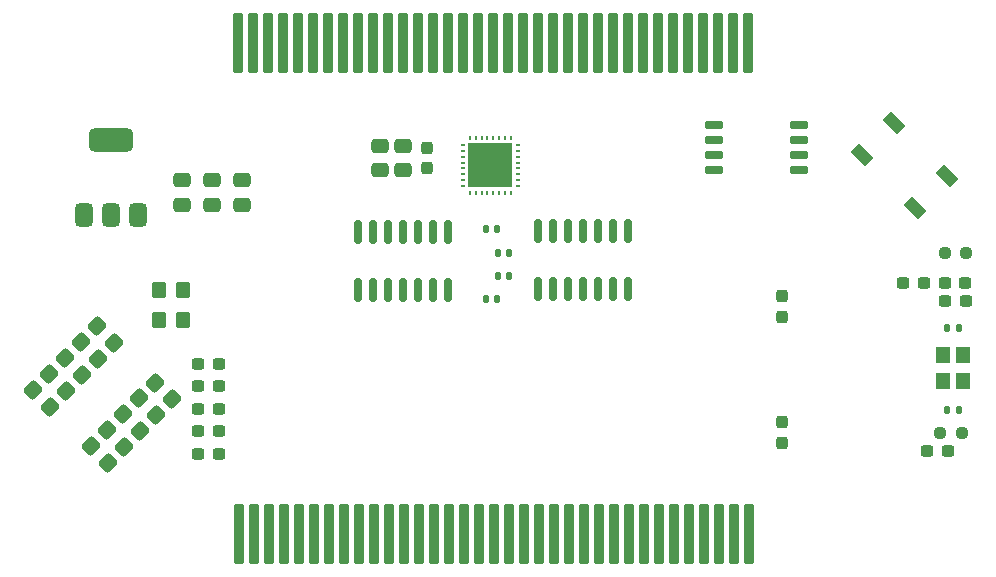
<source format=gbr>
%TF.GenerationSoftware,KiCad,Pcbnew,8.0.0*%
%TF.CreationDate,2024-02-28T09:47:00-08:00*%
%TF.ProjectId,SenseBarnacle,53656e73-6542-4617-926e-61636c652e6b,rev?*%
%TF.SameCoordinates,Original*%
%TF.FileFunction,Paste,Bot*%
%TF.FilePolarity,Positive*%
%FSLAX46Y46*%
G04 Gerber Fmt 4.6, Leading zero omitted, Abs format (unit mm)*
G04 Created by KiCad (PCBNEW 8.0.0) date 2024-02-28 09:47:00*
%MOMM*%
%LPD*%
G01*
G04 APERTURE LIST*
G04 Aperture macros list*
%AMRoundRect*
0 Rectangle with rounded corners*
0 $1 Rounding radius*
0 $2 $3 $4 $5 $6 $7 $8 $9 X,Y pos of 4 corners*
0 Add a 4 corners polygon primitive as box body*
4,1,4,$2,$3,$4,$5,$6,$7,$8,$9,$2,$3,0*
0 Add four circle primitives for the rounded corners*
1,1,$1+$1,$2,$3*
1,1,$1+$1,$4,$5*
1,1,$1+$1,$6,$7*
1,1,$1+$1,$8,$9*
0 Add four rect primitives between the rounded corners*
20,1,$1+$1,$2,$3,$4,$5,0*
20,1,$1+$1,$4,$5,$6,$7,0*
20,1,$1+$1,$6,$7,$8,$9,0*
20,1,$1+$1,$8,$9,$2,$3,0*%
%AMRotRect*
0 Rectangle, with rotation*
0 The origin of the aperture is its center*
0 $1 length*
0 $2 width*
0 $3 Rotation angle, in degrees counterclockwise*
0 Add horizontal line*
21,1,$1,$2,0,0,$3*%
G04 Aperture macros list end*
%ADD10C,0.000000*%
%ADD11R,0.406400X0.254000*%
%ADD12R,0.254000X0.406400*%
%ADD13R,3.708400X3.708400*%
%ADD14RoundRect,0.140000X0.140000X0.170000X-0.140000X0.170000X-0.140000X-0.170000X0.140000X-0.170000X0*%
%ADD15RoundRect,0.237500X-0.300000X-0.237500X0.300000X-0.237500X0.300000X0.237500X-0.300000X0.237500X0*%
%ADD16RoundRect,0.250000X0.565685X0.070711X0.070711X0.565685X-0.565685X-0.070711X-0.070711X-0.565685X0*%
%ADD17RoundRect,0.090000X0.360000X2.410000X-0.360000X2.410000X-0.360000X-2.410000X0.360000X-2.410000X0*%
%ADD18RoundRect,0.250000X0.475000X-0.337500X0.475000X0.337500X-0.475000X0.337500X-0.475000X-0.337500X0*%
%ADD19RoundRect,0.237500X-0.250000X-0.237500X0.250000X-0.237500X0.250000X0.237500X-0.250000X0.237500X0*%
%ADD20RoundRect,0.250000X-0.475000X0.337500X-0.475000X-0.337500X0.475000X-0.337500X0.475000X0.337500X0*%
%ADD21RoundRect,0.250000X-0.350000X-0.450000X0.350000X-0.450000X0.350000X0.450000X-0.350000X0.450000X0*%
%ADD22RoundRect,0.237500X0.237500X-0.300000X0.237500X0.300000X-0.237500X0.300000X-0.237500X-0.300000X0*%
%ADD23RoundRect,0.150000X0.150000X-0.825000X0.150000X0.825000X-0.150000X0.825000X-0.150000X-0.825000X0*%
%ADD24RotRect,1.700000X1.000000X135.000000*%
%ADD25RoundRect,0.237500X-0.237500X0.300000X-0.237500X-0.300000X0.237500X-0.300000X0.237500X0.300000X0*%
%ADD26R,1.200000X1.400000*%
%ADD27RoundRect,0.375000X0.375000X-0.625000X0.375000X0.625000X-0.375000X0.625000X-0.375000X-0.625000X0*%
%ADD28RoundRect,0.500000X1.400000X-0.500000X1.400000X0.500000X-1.400000X0.500000X-1.400000X-0.500000X0*%
%ADD29RoundRect,0.140000X-0.140000X-0.170000X0.140000X-0.170000X0.140000X0.170000X-0.140000X0.170000X0*%
%ADD30RoundRect,0.150000X0.650000X0.150000X-0.650000X0.150000X-0.650000X-0.150000X0.650000X-0.150000X0*%
G04 APERTURE END LIST*
D10*
%TO.C,U6*%
G36*
X75189600Y-31426600D02*
G01*
X73535400Y-31426600D01*
X73535400Y-29772400D01*
X75189600Y-29772400D01*
X75189600Y-31426600D01*
G37*
G36*
X75189600Y-33280800D02*
G01*
X73535400Y-33280800D01*
X73535400Y-31626600D01*
X75189600Y-31626600D01*
X75189600Y-33280800D01*
G37*
G36*
X77043800Y-31426600D02*
G01*
X75389600Y-31426600D01*
X75389600Y-29772400D01*
X77043800Y-29772400D01*
X77043800Y-31426600D01*
G37*
G36*
X77043800Y-33280800D02*
G01*
X75389600Y-33280800D01*
X75389600Y-31626600D01*
X77043800Y-31626600D01*
X77043800Y-33280800D01*
G37*
%TD*%
D11*
%TO.C,U6*%
X77586400Y-29776601D03*
X77586400Y-30276600D03*
X77586400Y-30776599D03*
X77586400Y-31276600D03*
X77586400Y-31776600D03*
X77586400Y-32276601D03*
X77586400Y-32776600D03*
X77586400Y-33276599D03*
D12*
X77039599Y-33823400D03*
X76539600Y-33823400D03*
X76039601Y-33823400D03*
X75539600Y-33823400D03*
X75039600Y-33823400D03*
X74539599Y-33823400D03*
X74039600Y-33823400D03*
X73539601Y-33823400D03*
D11*
X72992800Y-33276599D03*
X72992800Y-32776600D03*
X72992800Y-32276601D03*
X72992800Y-31776600D03*
X72992800Y-31276600D03*
X72992800Y-30776599D03*
X72992800Y-30276600D03*
X72992800Y-29776601D03*
D12*
X73539601Y-29229800D03*
X74039600Y-29229800D03*
X74539599Y-29229800D03*
X75039600Y-29229800D03*
X75539600Y-29229800D03*
X76039601Y-29229800D03*
X76539600Y-29229800D03*
X77039599Y-29229800D03*
D13*
X75289600Y-31526600D03*
%TD*%
D14*
%TO.C,C16*%
X76896599Y-40873400D03*
X75936599Y-40873400D03*
%TD*%
D15*
%TO.C,C20*%
X50563098Y-52111400D03*
X52288100Y-52111400D03*
%TD*%
D16*
%TO.C,R32*%
X45605744Y-54011469D03*
X44191530Y-52597255D03*
%TD*%
%TO.C,R30*%
X48299821Y-51317392D03*
X46885607Y-49903178D03*
%TD*%
D17*
%TO.C,J6*%
X57750199Y-21123400D03*
X59020199Y-21123400D03*
X60290199Y-21123400D03*
X61560199Y-21123400D03*
X62830199Y-21123400D03*
X64100199Y-21123400D03*
X65370199Y-21123400D03*
X66640199Y-21123400D03*
X67910199Y-21123400D03*
X69180199Y-21123400D03*
X70450199Y-21123400D03*
X71720199Y-21123400D03*
X72990199Y-21123400D03*
X74260199Y-21123400D03*
X75530199Y-21123400D03*
X76800199Y-21123400D03*
X78070199Y-21123400D03*
X79340199Y-21123400D03*
X80610199Y-21123400D03*
X81880199Y-21123400D03*
X83150199Y-21123400D03*
X84420199Y-21123400D03*
X85690199Y-21123400D03*
X86960199Y-21123400D03*
X88230199Y-21123400D03*
X89500199Y-21123400D03*
X90770199Y-21123400D03*
X92040199Y-21123400D03*
X93310199Y-21123400D03*
X94580199Y-21123400D03*
X95850199Y-21123400D03*
X97120199Y-21123400D03*
X53940199Y-21123400D03*
X55210199Y-21123400D03*
X56480199Y-21123400D03*
%TD*%
D18*
%TO.C,C21*%
X65903599Y-31939900D03*
X65903599Y-29864900D03*
%TD*%
D16*
%TO.C,R37*%
X42049744Y-47915469D03*
X40635530Y-46501255D03*
%TD*%
D19*
%TO.C,R7*%
X113378099Y-54143400D03*
X115203099Y-54143400D03*
%TD*%
D16*
%TO.C,R6*%
X42911667Y-56705546D03*
X41497453Y-55291332D03*
%TD*%
D20*
%TO.C,C13*%
X51679599Y-32785900D03*
X51679599Y-34860900D03*
%TD*%
D18*
%TO.C,C22*%
X67919600Y-31939900D03*
X67919600Y-29864900D03*
%TD*%
D21*
%TO.C,R28*%
X47250599Y-42078400D03*
X49250599Y-42078400D03*
%TD*%
D19*
%TO.C,R4*%
X113743099Y-38903400D03*
X115568099Y-38903400D03*
%TD*%
D22*
%TO.C,C5*%
X69951600Y-31764900D03*
X69951600Y-30039900D03*
%TD*%
%TO.C,C12*%
X99939599Y-44337900D03*
X99939599Y-42612900D03*
%TD*%
D23*
%TO.C,U2*%
X64109600Y-37128400D03*
X65379600Y-37128400D03*
X66649600Y-37128400D03*
X67919600Y-37128400D03*
X69189600Y-37128400D03*
X70459600Y-37128400D03*
X71729600Y-37128400D03*
X71729600Y-42078400D03*
X70459600Y-42078400D03*
X69189600Y-42078400D03*
X67919600Y-42078400D03*
X66649600Y-42078400D03*
X65379600Y-42078400D03*
X64109600Y-42078400D03*
%TD*%
D15*
%TO.C,C19*%
X50563098Y-48301399D03*
X52288100Y-48301399D03*
%TD*%
D20*
%TO.C,C2*%
X49139599Y-32785900D03*
X49139599Y-34860900D03*
%TD*%
D16*
%TO.C,R33*%
X39355668Y-50609545D03*
X37941454Y-49195331D03*
%TD*%
D15*
%TO.C,C25*%
X50563098Y-50206400D03*
X52288100Y-50206400D03*
%TD*%
D21*
%TO.C,R27*%
X47250599Y-44618400D03*
X49250599Y-44618400D03*
%TD*%
D15*
%TO.C,C9*%
X110253099Y-41443400D03*
X111978099Y-41443400D03*
%TD*%
D17*
%TO.C,J7*%
X57775599Y-62703200D03*
X59045599Y-62703200D03*
X60315599Y-62703200D03*
X61585599Y-62703200D03*
X62855599Y-62703200D03*
X64125599Y-62703200D03*
X65395599Y-62703200D03*
X66665599Y-62703200D03*
X67935599Y-62703200D03*
X69205599Y-62703200D03*
X70475599Y-62703200D03*
X71745599Y-62703200D03*
X73015599Y-62703200D03*
X74285599Y-62703200D03*
X75555599Y-62703200D03*
X76825599Y-62703200D03*
X78095599Y-62703200D03*
X79365599Y-62703200D03*
X80635599Y-62703200D03*
X81905599Y-62703200D03*
X83175599Y-62703200D03*
X84445599Y-62703200D03*
X85715599Y-62703200D03*
X86985599Y-62703200D03*
X88255599Y-62703200D03*
X89525599Y-62703200D03*
X90795599Y-62703200D03*
X92065599Y-62703200D03*
X93335599Y-62703200D03*
X94605599Y-62703200D03*
X95875599Y-62703200D03*
X97145599Y-62703200D03*
X53965599Y-62703200D03*
X55235599Y-62703200D03*
X56505599Y-62703200D03*
%TD*%
D14*
%TO.C,C15*%
X76896599Y-38903400D03*
X75936599Y-38903400D03*
%TD*%
D16*
%TO.C,R31*%
X40702706Y-49262507D03*
X39288492Y-47848293D03*
%TD*%
D15*
%TO.C,C10*%
X113809099Y-42967400D03*
X115534099Y-42967400D03*
%TD*%
D24*
%TO.C,SW1*%
X113924488Y-32421283D03*
X109469716Y-27966511D03*
X111237482Y-35108289D03*
X106782710Y-30653517D03*
%TD*%
D16*
%TO.C,R5*%
X38008629Y-51956584D03*
X36594415Y-50542370D03*
%TD*%
D25*
%TO.C,C11*%
X99939599Y-53280900D03*
X99939599Y-55005900D03*
%TD*%
D15*
%TO.C,C23*%
X50563098Y-54016399D03*
X52288100Y-54016399D03*
%TD*%
D26*
%TO.C,Y1*%
X113610599Y-49743400D03*
X113610599Y-47543400D03*
X115310599Y-47543400D03*
X115310599Y-49743400D03*
%TD*%
D16*
%TO.C,R29*%
X43396783Y-46568430D03*
X41982569Y-45154216D03*
%TD*%
D15*
%TO.C,C3*%
X113787599Y-41443400D03*
X115512599Y-41443400D03*
%TD*%
%TO.C,C18*%
X50563098Y-55921400D03*
X52288100Y-55921400D03*
%TD*%
D27*
%TO.C,U3*%
X45470599Y-35703400D03*
X43170599Y-35703400D03*
D28*
X43170599Y-29403400D03*
D27*
X40870599Y-35703400D03*
%TD*%
D29*
%TO.C,C6*%
X113965599Y-52238400D03*
X114925599Y-52238400D03*
%TD*%
D15*
%TO.C,C4*%
X112285099Y-55667400D03*
X114010099Y-55667400D03*
%TD*%
D18*
%TO.C,C8*%
X54219599Y-34860900D03*
X54219599Y-32785900D03*
%TD*%
D14*
%TO.C,C17*%
X75864600Y-42843400D03*
X74904600Y-42843400D03*
%TD*%
D16*
%TO.C,R34*%
X44258706Y-55358507D03*
X42844492Y-53944293D03*
%TD*%
%TO.C,R38*%
X46952782Y-52664431D03*
X45538568Y-51250217D03*
%TD*%
D30*
%TO.C,U8*%
X101380599Y-28108400D03*
X101380599Y-29378400D03*
X101380599Y-30648400D03*
X101380599Y-31918400D03*
X94180599Y-31918400D03*
X94180599Y-30648400D03*
X94180599Y-29378400D03*
X94180599Y-28108400D03*
%TD*%
D23*
%TO.C,U1*%
X79284600Y-37063400D03*
X80554600Y-37063400D03*
X81824600Y-37063400D03*
X83094600Y-37063400D03*
X84364600Y-37063400D03*
X85634600Y-37063400D03*
X86904600Y-37063400D03*
X86904600Y-42013400D03*
X85634600Y-42013400D03*
X84364600Y-42013400D03*
X83094600Y-42013400D03*
X81824600Y-42013400D03*
X80554600Y-42013400D03*
X79284600Y-42013400D03*
%TD*%
D14*
%TO.C,C14*%
X75864600Y-36933400D03*
X74904600Y-36933400D03*
%TD*%
%TO.C,C7*%
X114925599Y-45253400D03*
X113965599Y-45253400D03*
%TD*%
M02*

</source>
